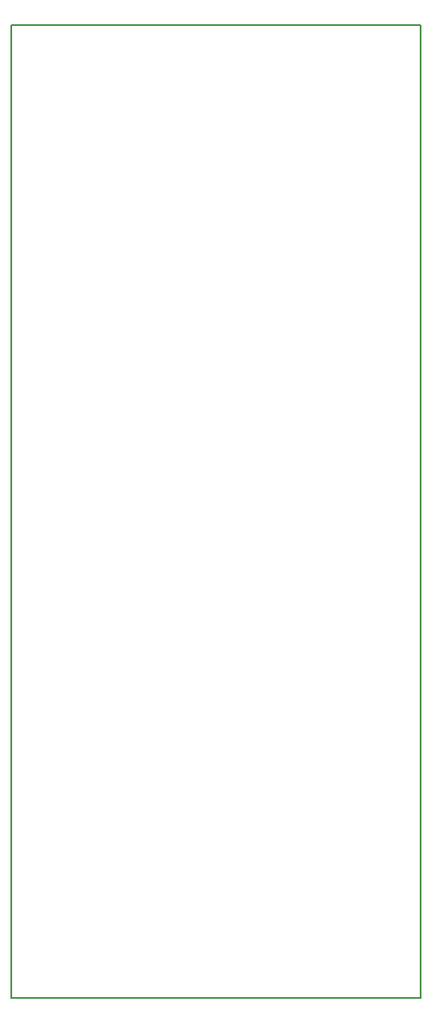
<source format=gm1>
G04 #@! TF.GenerationSoftware,KiCad,Pcbnew,5.0.2+dfsg1-1*
G04 #@! TF.CreationDate,2021-11-22T09:36:44+02:00*
G04 #@! TF.ProjectId,lora_tracker,6c6f7261-5f74-4726-9163-6b65722e6b69,rev?*
G04 #@! TF.SameCoordinates,Original*
G04 #@! TF.FileFunction,Profile,NP*
%FSLAX46Y46*%
G04 Gerber Fmt 4.6, Leading zero omitted, Abs format (unit mm)*
G04 Created by KiCad (PCBNEW 5.0.2+dfsg1-1) date Mon 22 Nov 2021 09:36:44 AM EET*
%MOMM*%
%LPD*%
G01*
G04 APERTURE LIST*
%ADD10C,0.200000*%
%ADD11C,0.150000*%
G04 APERTURE END LIST*
D10*
X73660000Y-43180000D02*
X113665000Y-43180000D01*
D11*
X113665000Y-138430000D02*
X73660000Y-138430000D01*
X113665000Y-43180000D02*
X113665000Y-138430000D01*
X73660000Y-137160000D02*
X73660000Y-138430000D01*
X73660000Y-44450000D02*
X73660000Y-43180000D01*
D10*
X73660000Y-137160000D02*
X73660000Y-44450000D01*
M02*

</source>
